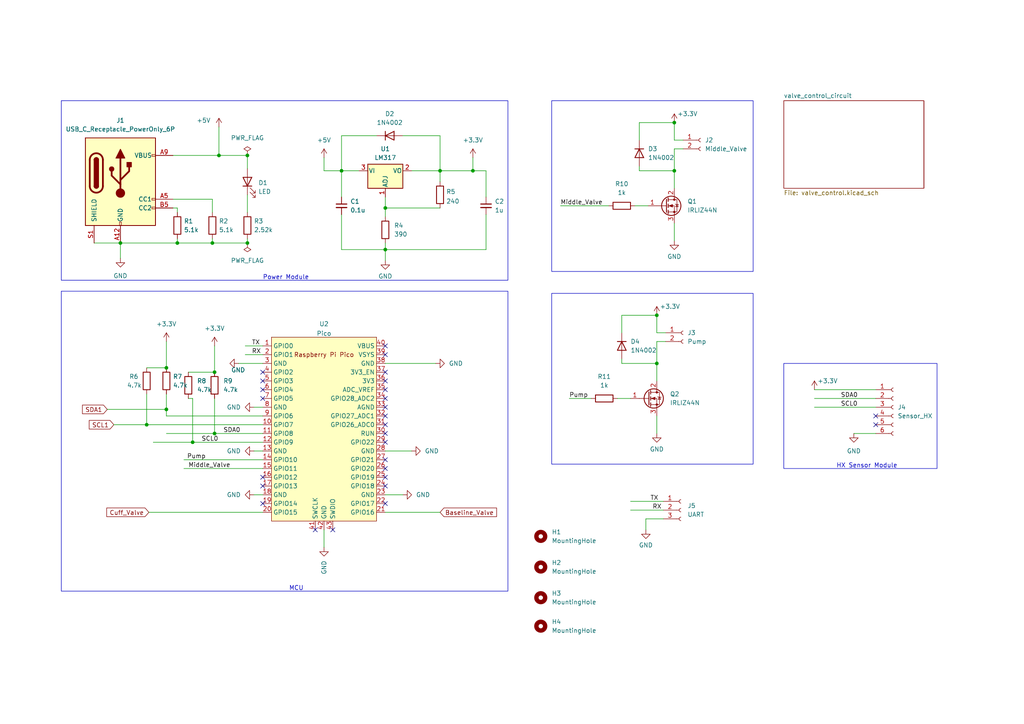
<source format=kicad_sch>
(kicad_sch (version 20230121) (generator eeschema)
  (paper "A4")
  (lib_symbols
    (symbol "+5V_1" (power) (pin_names (offset 0))
      (property "Value" "+5V_1" (at 0 3.556 0))
      (symbol "+5V_1_0_1"
        (polyline (pts (xy -0.762 1.27) (xy 0 2.54)))
        (polyline (pts (xy 0 0) (xy 0 2.54)))
        (polyline (pts (xy 0 2.54) (xy 0.762 1.27)))
      )
      (symbol "+5V_1_1_1"
        (pin power_in line (at 0 0 90) (length 0) hide (name "+5V") (number "1"))
      )
    )
    (symbol "Connector:Conn_01x02_Female" (pin_names (offset 1.016) hide)
      (property "Reference" "J" (at 0 2.54 0))
      (property "Value" "Conn_01x02_Female" (at 0 -5.08 0))
      (symbol "Conn_01x02_Female_1_1"
        (arc (start 0 -2.032) (mid -0.5058 -2.54) (end 0 -3.048) (stroke (width 0.1524)))
        (polyline (pts (xy -1.27 -2.54) (xy -0.508 -2.54)) (stroke (width 0.1524)))
        (polyline (pts (xy -1.27 0) (xy -0.508 0)) (stroke (width 0.1524)))
        (arc (start 0 0.508) (mid -0.5058 0) (end 0 -0.508) (stroke (width 0.1524)))
        (pin passive line (at -5.08 0 0) (length 3.81) (name "Pin_1") (number "1"))
        (pin passive line (at -5.08 -2.54 0) (length 3.81) (name "Pin_2") (number "2"))
      )
    )
    (symbol "Connector:Conn_01x03_Socket" (pin_names (offset 1.016) hide)
      (property "Reference" "J" (at 0 5.08 0))
      (property "Value" "Conn_01x03_Socket" (at 0 -5.08 0))
      (symbol "Conn_01x03_Socket_1_1"
        (arc (start 0 -2.032) (mid -0.5058 -2.54) (end 0 -3.048) (stroke (width 0.1524)))
        (polyline (pts (xy -1.27 -2.54) (xy -0.508 -2.54)) (stroke (width 0.1524)))
        (polyline (pts (xy -1.27 0) (xy -0.508 0)) (stroke (width 0.1524)))
        (polyline (pts (xy -1.27 2.54) (xy -0.508 2.54)) (stroke (width 0.1524)))
        (arc (start 0 0.508) (mid -0.5058 0) (end 0 -0.508) (stroke (width 0.1524)))
        (arc (start 0 3.048) (mid -0.5058 2.54) (end 0 2.032) (stroke (width 0.1524)))
        (pin passive line (at -5.08 2.54 0) (length 3.81) (name "Pin_1") (number "1"))
        (pin passive line (at -5.08 0 0) (length 3.81) (name "Pin_2") (number "2"))
        (pin passive line (at -5.08 -2.54 0) (length 3.81) (name "Pin_3") (number "3"))
      )
    )
    (symbol "Connector:Conn_01x06_Socket" (pin_names (offset 1.016) hide)
      (property "Reference" "J" (at 0 7.62 0))
      (property "Value" "Conn_01x06_Socket" (at 0 -10.16 0))
      (symbol "Conn_01x06_Socket_1_1"
        (arc (start 0 -7.112) (mid -0.5058 -7.62) (end 0 -8.128) (stroke (width 0.1524)))
        (arc (start 0 -4.572) (mid -0.5058 -5.08) (end 0 -5.588) (stroke (width 0.1524)))
        (arc (start 0 -2.032) (mid -0.5058 -2.54) (end 0 -3.048) (stroke (width 0.1524)))
        (polyline (pts (xy -1.27 -7.62) (xy -0.508 -7.62)) (stroke (width 0.1524)))
        (polyline (pts (xy -1.27 -5.08) (xy -0.508 -5.08)) (stroke (width 0.1524)))
        (polyline (pts (xy -1.27 -2.54) (xy -0.508 -2.54)) (stroke (width 0.1524)))
        (polyline (pts (xy -1.27 0) (xy -0.508 0)) (stroke (width 0.1524)))
        (polyline (pts (xy -1.27 2.54) (xy -0.508 2.54)) (stroke (width 0.1524)))
        (polyline (pts (xy -1.27 5.08) (xy -0.508 5.08)) (stroke (width 0.1524)))
        (arc (start 0 0.508) (mid -0.5058 0) (end 0 -0.508) (stroke (width 0.1524)))
        (arc (start 0 3.048) (mid -0.5058 2.54) (end 0 2.032) (stroke (width 0.1524)))
        (arc (start 0 5.588) (mid -0.5058 5.08) (end 0 4.572) (stroke (width 0.1524)))
        (pin passive line (at -5.08 5.08 0) (length 3.81) (name "Pin_1") (number "1"))
        (pin passive line (at -5.08 2.54 0) (length 3.81) (name "Pin_2") (number "2"))
        (pin passive line (at -5.08 0 0) (length 3.81) (name "Pin_3") (number "3"))
        (pin passive line (at -5.08 -2.54 0) (length 3.81) (name "Pin_4") (number "4"))
        (pin passive line (at -5.08 -5.08 0) (length 3.81) (name "Pin_5") (number "5"))
        (pin passive line (at -5.08 -7.62 0) (length 3.81) (name "Pin_6") (number "6"))
      )
    )
    (symbol "Connector:USB_C_Receptacle_PowerOnly_6P" (pin_names (offset 1.016))
      (property "Reference" "J" (at 0 16.51 0))
      (property "Value" "USB_C_Receptacle_PowerOnly_6P" (at 0 13.97 0))
      (symbol "USB_C_Receptacle_PowerOnly_6P_0_0"
        (rectangle (start -0.254 -12.7) (end 0.254 -11.684))
        (rectangle (start 10.16 -7.366) (end 9.144 -7.874))
        (rectangle (start 10.16 -4.826) (end 9.144 -5.334))
        (rectangle (start 10.16 7.874) (end 9.144 7.366))
      )
      (symbol "USB_C_Receptacle_PowerOnly_6P_0_1"
        (rectangle (start -10.16 12.7) (end 10.16 -12.7) (stroke (width 0.254)) (fill (type background)))
        (arc (start -8.89 -1.27) (mid -6.985 -3.1667) (end -5.08 -1.27) (stroke (width 0.508)))
        (arc (start -7.62 -1.27) (mid -6.985 -1.9023) (end -6.35 -1.27) (stroke (width 0.254)))
        (arc (start -7.62 -1.27) (mid -6.985 -1.9023) (end -6.35 -1.27) (stroke (width 0.254)) (fill (type outline)))
        (rectangle (start -7.62 -1.27) (end -6.35 6.35) (stroke (width 0.254)) (fill (type outline)))
        (arc (start -6.35 6.35) (mid -6.985 6.9823) (end -7.62 6.35) (stroke (width 0.254)))
        (arc (start -6.35 6.35) (mid -6.985 6.9823) (end -7.62 6.35) (stroke (width 0.254)) (fill (type outline)))
        (arc (start -5.08 6.35) (mid -6.985 8.2467) (end -8.89 6.35) (stroke (width 0.508)))
        (circle (center -2.54 3.683) (radius 0.635) (stroke (width 0.254)) (fill (type outline)))
        (circle (center 0 -3.302) (radius 1.27) (fill (type outline)))
        (polyline (pts (xy -8.89 -1.27) (xy -8.89 6.35)) (stroke (width 0.508)))
        (polyline (pts (xy -5.08 6.35) (xy -5.08 -1.27)) (stroke (width 0.508)))
        (polyline (pts (xy 0 -3.302) (xy 0 6.858)) (stroke (width 0.508)))
        (polyline (pts (xy 0 -0.762) (xy -2.54 1.778) (xy -2.54 3.048)) (stroke (width 0.508)))
        (polyline (pts (xy 0 0.508) (xy 2.54 3.048) (xy 2.54 4.318)) (stroke (width 0.508)))
        (polyline (pts (xy -1.27 6.858) (xy 0 9.398) (xy 1.27 6.858) (xy -1.27 6.858)) (stroke (width 0.254)) (fill (type outline)))
        (rectangle (start 1.905 4.318) (end 3.175 5.588) (stroke (width 0.254)) (fill (type outline)))
      )
      (symbol "USB_C_Receptacle_PowerOnly_6P_1_1"
        (pin passive line (at 0 -17.78 90) (length 5.08) (name "GND") (number "A12"))
        (pin bidirectional line (at 15.24 -5.08 180) (length 5.08) (name "CC1") (number "A5"))
        (pin passive line (at 15.24 7.62 180) (length 5.08) (name "VBUS") (number "A9"))
        (pin passive line (at 0 -17.78 90) (length 5.08) hide (name "GND") (number "B12"))
        (pin bidirectional line (at 15.24 -7.62 180) (length 5.08) (name "CC2") (number "B5"))
        (pin passive line (at 15.24 7.62 180) (length 5.08) hide (name "VBUS") (number "B9"))
        (pin passive line (at -7.62 -17.78 90) (length 5.08) (name "SHIELD") (number "S1"))
      )
    )
    (symbol "Device:C_Small" (pin_numbers hide) (pin_names (offset 0.254) hide)
      (property "Reference" "C" (at 0.254 1.778 0))
      (property "Value" "C_Small" (at 0.254 -2.032 0))
      (symbol "C_Small_0_1"
        (polyline (pts (xy -1.524 -0.508) (xy 1.524 -0.508)) (stroke (width 0.3302)))
        (polyline (pts (xy -1.524 0.508) (xy 1.524 0.508)) (stroke (width 0.3048)))
      )
      (symbol "C_Small_1_1"
        (pin passive line (at 0 2.54 270) (length 2.032) (name "~") (number "1"))
        (pin passive line (at 0 -2.54 90) (length 2.032) (name "~") (number "2"))
      )
    )
    (symbol "Device:LED" (pin_numbers hide) (pin_names (offset 1.016) hide)
      (property "Reference" "D" (at 0 2.54 0))
      (property "Value" "LED" (at 0 -2.54 0))
      (symbol "LED_0_1"
        (polyline (pts (xy -1.27 -1.27) (xy -1.27 1.27)) (stroke (width 0.254)))
        (polyline (pts (xy -1.27 0) (xy 1.27 0)))
        (polyline (pts (xy 1.27 -1.27) (xy 1.27 1.27) (xy -1.27 0) (xy 1.27 -1.27)) (stroke (width 0.254)))
        (polyline (pts (xy -3.048 -0.762) (xy -4.572 -2.286) (xy -3.81 -2.286) (xy -4.572 -2.286) (xy -4.572 -1.524)))
        (polyline (pts (xy -1.778 -0.762) (xy -3.302 -2.286) (xy -2.54 -2.286) (xy -3.302 -2.286) (xy -3.302 -1.524)))
      )
      (symbol "LED_1_1"
        (pin passive line (at -3.81 0 0) (length 2.54) (name "K") (number "1"))
        (pin passive line (at 3.81 0 180) (length 2.54) (name "A") (number "2"))
      )
    )
    (symbol "Device:R" (pin_numbers hide) (pin_names (offset 0))
      (property "Reference" "R" (at 2.032 0 90))
      (property "Value" "R" (at 0 0 90))
      (symbol "R_0_1"
        (rectangle (start -1.016 -2.54) (end 1.016 2.54) (stroke (width 0.254)))
      )
      (symbol "R_1_1"
        (pin passive line (at 0 3.81 270) (length 1.27) (name "~") (number "1"))
        (pin passive line (at 0 -3.81 90) (length 1.27) (name "~") (number "2"))
      )
    )
    (symbol "Diode:1N4001" (pin_numbers hide) (pin_names hide)
      (property "Reference" "D" (at 0 2.54 0))
      (property "Value" "1N4001" (at 0 -2.54 0))
      (symbol "1N4001_0_1"
        (polyline (pts (xy -1.27 1.27) (xy -1.27 -1.27)) (stroke (width 0.254)))
        (polyline (pts (xy 1.27 0) (xy -1.27 0)))
        (polyline (pts (xy 1.27 1.27) (xy 1.27 -1.27) (xy -1.27 0) (xy 1.27 1.27)) (stroke (width 0.254)))
      )
      (symbol "1N4001_1_1"
        (pin passive line (at -3.81 0 0) (length 2.54) (name "K") (number "1"))
        (pin passive line (at 3.81 0 180) (length 2.54) (name "A") (number "2"))
      )
    )
    (symbol "Diode:1N4002" (pin_numbers hide) (pin_names hide)
      (property "Reference" "D" (at 0 2.54 0))
      (property "Value" "1N4002" (at 0 -2.54 0))
      (symbol "1N4002_0_1"
        (polyline (pts (xy -1.27 1.27) (xy -1.27 -1.27)) (stroke (width 0.254)))
        (polyline (pts (xy 1.27 0) (xy -1.27 0)))
        (polyline (pts (xy 1.27 1.27) (xy 1.27 -1.27) (xy -1.27 0) (xy 1.27 1.27)) (stroke (width 0.254)))
      )
      (symbol "1N4002_1_1"
        (pin passive line (at -3.81 0 0) (length 2.54) (name "K") (number "1"))
        (pin passive line (at 3.81 0 180) (length 2.54) (name "A") (number "2"))
      )
    )
    (symbol "GND_1" (power) (pin_names (offset 0))
      (property "Value" "GND_1" (at 0 -3.81 0))
      (symbol "GND_1_0_1"
        (polyline (pts (xy 0 0) (xy 0 -1.27) (xy 1.27 -1.27) (xy 0 -2.54) (xy -1.27 -1.27) (xy 0 -1.27)))
      )
      (symbol "GND_1_1_1"
        (pin power_in line (at 0 0 270) (length 0) hide (name "GND") (number "1"))
      )
    )
    (symbol "GND_2" (power) (pin_names (offset 0))
      (property "Value" "GND_2" (at 0 -3.81 0))
      (symbol "GND_2_0_1"
        (polyline (pts (xy 0 0) (xy 0 -1.27) (xy 1.27 -1.27) (xy 0 -2.54) (xy -1.27 -1.27) (xy 0 -1.27)))
      )
      (symbol "GND_2_1_1"
        (pin power_in line (at 0 0 270) (length 0) hide (name "GND") (number "1"))
      )
    )
    (symbol "GND_3" (power) (pin_names (offset 0))
      (property "Value" "GND_3" (at 0 -3.81 0))
      (symbol "GND_3_0_1"
        (polyline (pts (xy 0 0) (xy 0 -1.27) (xy 1.27 -1.27) (xy 0 -2.54) (xy -1.27 -1.27) (xy 0 -1.27)))
      )
      (symbol "GND_3_1_1"
        (pin power_in line (at 0 0 270) (length 0) hide (name "GND") (number "1"))
      )
    )
    (symbol "GND_4" (power) (pin_names (offset 0))
      (property "Value" "GND_4" (at 0 -3.81 0))
      (symbol "GND_4_0_1"
        (polyline (pts (xy 0 0) (xy 0 -1.27) (xy 1.27 -1.27) (xy 0 -2.54) (xy -1.27 -1.27) (xy 0 -1.27)))
      )
      (symbol "GND_4_1_1"
        (pin power_in line (at 0 0 270) (length 0) hide (name "GND") (number "1"))
      )
    )
    (symbol "GND_5" (power) (pin_names (offset 0))
      (property "Value" "GND_5" (at 0 -3.81 0))
      (symbol "GND_5_0_1"
        (polyline (pts (xy 0 0) (xy 0 -1.27) (xy 1.27 -1.27) (xy 0 -2.54) (xy -1.27 -1.27) (xy 0 -1.27)))
      )
      (symbol "GND_5_1_1"
        (pin power_in line (at 0 0 270) (length 0) hide (name "GND") (number "1"))
      )
    )
    (symbol "MCU_RaspberryPi_and_Boards:Pico"
      (property "Reference" "U" (at -13.97 27.94 0))
      (property "Value" "Pico" (at 0 19.05 0))
      (symbol "Pico_0_0"
        (text "Raspberry Pi Pico" (at 0 21.59 0) (effects (font (size 1.27 1.27))))
      )
      (symbol "Pico_0_1"
        (rectangle (start -15.24 26.67) (end 15.24 -26.67) (fill (type background)))
      )
      (symbol "Pico_1_1"
        (pin bidirectional line (at -17.78 24.13 0) (length 2.54) (name "GPIO0") (number "1"))
        (pin bidirectional line (at -17.78 1.27 0) (length 2.54) (name "GPIO7") (number "10"))
        (pin bidirectional line (at -17.78 -1.27 0) (length 2.54) (name "GPIO8") (number "11"))
        (pin bidirectional line (at -17.78 -3.81 0) (length 2.54) (name "GPIO9") (number "12"))
        (pin power_in line (at -17.78 -6.35 0) (length 2.54) (name "GND") (number "13"))
        (pin bidirectional line (at -17.78 -8.89 0) (length 2.54) (name "GPIO10") (number "14"))
        (pin bidirectional line (at -17.78 -11.43 0) (length 2.54) (name "GPIO11") (number "15"))
        (pin bidirectional line (at -17.78 -13.97 0) (length 2.54) (name "GPIO12") (number "16"))
        (pin bidirectional line (at -17.78 -16.51 0) (length 2.54) (name "GPIO13") (number "17"))
        (pin power_in line (at -17.78 -19.05 0) (length 2.54) (name "GND") (number "18"))
        (pin bidirectional line (at -17.78 -21.59 0) (length 2.54) (name "GPIO14") (number "19"))
        (pin bidirectional line (at -17.78 21.59 0) (length 2.54) (name "GPIO1") (number "2"))
        (pin bidirectional line (at -17.78 -24.13 0) (length 2.54) (name "GPIO15") (number "20"))
        (pin bidirectional line (at 17.78 -24.13 180) (length 2.54) (name "GPIO16") (number "21"))
        (pin bidirectional line (at 17.78 -21.59 180) (length 2.54) (name "GPIO17") (number "22"))
        (pin power_in line (at 17.78 -19.05 180) (length 2.54) (name "GND") (number "23"))
        (pin bidirectional line (at 17.78 -16.51 180) (length 2.54) (name "GPIO18") (number "24"))
        (pin bidirectional line (at 17.78 -13.97 180) (length 2.54) (name "GPIO19") (number "25"))
        (pin bidirectional line (at 17.78 -11.43 180) (length 2.54) (name "GPIO20") (number "26"))
        (pin bidirectional line (at 17.78 -8.89 180) (length 2.54) (name "GPIO21") (number "27"))
        (pin power_in line (at 17.78 -6.35 180) (length 2.54) (name "GND") (number "28"))
        (pin bidirectional line (at 17.78 -3.81 180) (length 2.54) (name "GPIO22") (number "29"))
        (pin power_in line (at -17.78 19.05 0) (length 2.54) (name "GND") (number "3"))
        (pin input line (at 17.78 -1.27 180) (length 2.54) (name "RUN") (number "30"))
        (pin bidirectional line (at 17.78 1.27 180) (length 2.54) (name "GPIO26_ADC0") (number "31"))
        (pin bidirectional line (at 17.78 3.81 180) (length 2.54) (name "GPIO27_ADC1") (number "32"))
        (pin power_in line (at 17.78 6.35 180) (length 2.54) (name "AGND") (number "33"))
        (pin bidirectional line (at 17.78 8.89 180) (length 2.54) (name "GPIO28_ADC2") (number "34"))
        (pin power_in line (at 17.78 11.43 180) (length 2.54) (name "ADC_VREF") (number "35"))
        (pin power_in line (at 17.78 13.97 180) (length 2.54) (name "3V3") (number "36"))
        (pin input line (at 17.78 16.51 180) (length 2.54) (name "3V3_EN") (number "37"))
        (pin bidirectional line (at 17.78 19.05 180) (length 2.54) (name "GND") (number "38"))
        (pin power_in line (at 17.78 21.59 180) (length 2.54) (name "VSYS") (number "39"))
        (pin bidirectional line (at -17.78 16.51 0) (length 2.54) (name "GPIO2") (number "4"))
        (pin power_in line (at 17.78 24.13 180) (length 2.54) (name "VBUS") (number "40"))
        (pin input line (at -2.54 -29.21 90) (length 2.54) (name "SWCLK") (number "41"))
        (pin power_in line (at 0 -29.21 90) (length 2.54) (name "GND") (number "42"))
        (pin bidirectional line (at 2.54 -29.21 90) (length 2.54) (name "SWDIO") (number "43"))
        (pin bidirectional line (at -17.78 13.97 0) (length 2.54) (name "GPIO3") (number "5"))
        (pin bidirectional line (at -17.78 11.43 0) (length 2.54) (name "GPIO4") (number "6"))
        (pin bidirectional line (at -17.78 8.89 0) (length 2.54) (name "GPIO5") (number "7"))
        (pin power_in line (at -17.78 6.35 0) (length 2.54) (name "GND") (number "8"))
        (pin bidirectional line (at -17.78 3.81 0) (length 2.54) (name "GPIO6") (number "9"))
      )
    )
    (symbol "Mechanical:MountingHole" (pin_names (offset 1.016))
      (property "Reference" "H" (at 0 5.08 0))
      (property "Value" "MountingHole" (at 0 3.175 0))
      (symbol "MountingHole_0_1"
        (circle (center 0 0) (radius 1.27) (stroke (width 1.27)))
      )
    )
    (symbol "Regulator_Linear:LM317_TO-220" (pin_names (offset 0.254))
      (property "Reference" "U" (at -3.81 3.175 0))
      (property "Value" "LM317_TO-220" (at 0 3.175 0))
      (symbol "LM317_TO-220_0_1"
        (rectangle (start -5.08 1.905) (end 5.08 -5.08) (stroke (width 0.254)) (fill (type background)))
      )
      (symbol "LM317_TO-220_1_1"
        (pin input line (at 0 -7.62 90) (length 2.54) (name "ADJ") (number "1"))
        (pin power_out line (at 7.62 0 180) (length 2.54) (name "VO") (number "2"))
        (pin power_in line (at -7.62 0 0) (length 2.54) (name "VI") (number "3"))
      )
    )
    (symbol "Transistor_FET:IRLIZ44N" (pin_names hide)
      (property "Reference" "Q" (at 6.35 1.905 0))
      (property "Value" "IRLIZ44N" (at 6.35 0 0))
      (symbol "IRLIZ44N_0_1"
        (polyline (pts (xy 0.254 0) (xy -2.54 0)))
        (polyline (pts (xy 0.254 1.905) (xy 0.254 -1.905)) (stroke (width 0.254)))
        (polyline (pts (xy 0.762 -1.27) (xy 0.762 -2.286)) (stroke (width 0.254)))
        (polyline (pts (xy 0.762 0.508) (xy 0.762 -0.508)) (stroke (width 0.254)))
        (polyline (pts (xy 0.762 2.286) (xy 0.762 1.27)) (stroke (width 0.254)))
        (polyline (pts (xy 2.54 2.54) (xy 2.54 1.778)))
        (polyline (pts (xy 2.54 -2.54) (xy 2.54 0) (xy 0.762 0)))
        (polyline (pts (xy 0.762 -1.778) (xy 3.302 -1.778) (xy 3.302 1.778) (xy 0.762 1.778)))
        (polyline (pts (xy 1.016 0) (xy 2.032 0.381) (xy 2.032 -0.381) (xy 1.016 0)) (fill (type outline)))
        (polyline (pts (xy 2.794 0.508) (xy 2.921 0.381) (xy 3.683 0.381) (xy 3.81 0.254)))
        (polyline (pts (xy 3.302 0.381) (xy 2.921 -0.254) (xy 3.683 -0.254) (xy 3.302 0.381)))
        (circle (center 1.651 0) (radius 2.794) (stroke (width 0.254)))
        (circle (center 2.54 -1.778) (radius 0.254) (fill (type outline)))
        (circle (center 2.54 1.778) (radius 0.254) (fill (type outline)))
      )
      (symbol "IRLIZ44N_1_1"
        (pin input line (at -5.08 0 0) (length 2.54) (name "G") (number "1"))
        (pin passive line (at 2.54 5.08 270) (length 2.54) (name "D") (number "2"))
        (pin passive line (at 2.54 -5.08 90) (length 2.54) (name "S") (number "3"))
      )
    )
    (symbol "power:+3.3V" (power) (pin_names (offset 0))
      (property "Value" "+3.3V" (at 0 3.556 0))
      (symbol "+3.3V_0_1"
        (polyline (pts (xy -0.762 1.27) (xy 0 2.54)))
        (polyline (pts (xy 0 0) (xy 0 2.54)))
        (polyline (pts (xy 0 2.54) (xy 0.762 1.27)))
      )
      (symbol "+3.3V_1_1"
        (pin power_in line (at 0 0 90) (length 0) hide (name "+3.3V") (number "1"))
      )
    )
    (symbol "power:+5V" (power) (pin_names (offset 0))
      (property "Value" "+5V" (at 0 3.556 0))
      (symbol "+5V_0_1"
        (polyline (pts (xy -0.762 1.27) (xy 0 2.54)))
        (polyline (pts (xy 0 0) (xy 0 2.54)))
        (polyline (pts (xy 0 2.54) (xy 0.762 1.27)))
      )
      (symbol "+5V_1_1"
        (pin power_in line (at 0 0 90) (length 0) hide (name "+5V") (number "1"))
      )
    )
    (symbol "power:GND" (power) (pin_names (offset 0))
      (property "Value" "GND" (at 0 -3.81 0))
      (symbol "GND_0_1"
        (polyline (pts (xy 0 0) (xy 0 -1.27) (xy 1.27 -1.27) (xy 0 -2.54) (xy -1.27 -1.27) (xy 0 -1.27)))
      )
      (symbol "GND_1_1"
        (pin power_in line (at 0 0 270) (length 0) hide (name "GND") (number "1"))
      )
    )
    (symbol "power:PWR_FLAG" (power) (pin_numbers hide) (pin_names (offset 0) hide)
      (property "Value" "PWR_FLAG" (at 0 3.81 0))
      (symbol "PWR_FLAG_0_0"
        (pin power_out line (at 0 0 90) (length 0) (name "pwr") (number "1"))
      )
      (symbol "PWR_FLAG_0_1"
        (polyline (pts (xy 0 0) (xy 0 1.27) (xy -1.016 1.905) (xy 0 2.54) (xy 1.016 1.905) (xy 0 1.27)))
      )
    )
  )
  (junction (at 111.76 72.39))
  (junction (at 51.435 70.485))
  (junction (at 195.58 35.56))
  (junction (at 195.58 49.53))
  (junction (at 61.595 70.485))
  (junction (at 71.755 70.485))
  (junction (at 127.635 49.53))
  (junction (at 137.16 49.53))
  (junction (at 34.925 70.485))
  (junction (at 99.06 49.53))
  (junction (at 190.5 91.44))
  (junction (at 48.26 106.68))
  (junction (at 55.88 128.27))
  (junction (at 190.5 105.41))
  (junction (at 63.5 45.085))
  (junction (at 71.755 45.085))
  (junction (at 42.545 123.19))
  (junction (at 62.23 107.95))
  (junction (at 111.76 60.325))
  (junction (at 62.23 125.73))
  (junction (at 48.26 118.745))
  (no_connect (at 111.76 125.73))
  (no_connect (at 91.44 153.67))
  (no_connect (at 111.76 107.95))
  (no_connect (at 111.76 118.11))
  (no_connect (at 96.52 153.67))
  (no_connect (at 76.2 115.57))
  (no_connect (at 111.76 120.65))
  (no_connect (at 76.2 107.95))
  (no_connect (at 111.76 128.27))
  (no_connect (at 111.76 138.43))
  (no_connect (at 76.2 138.43))
  (no_connect (at 111.76 100.33))
  (no_connect (at 76.2 146.05))
  (no_connect (at 111.76 135.89))
  (no_connect (at 111.76 113.03))
  (no_connect (at 76.2 140.97))
  (no_connect (at 111.76 115.57))
  (no_connect (at 254 123.19))
  (no_connect (at 111.76 123.19))
  (no_connect (at 76.2 110.49))
  (no_connect (at 111.76 102.87))
  (no_connect (at 111.76 110.49))
  (no_connect (at 111.76 140.97))
  (no_connect (at 111.76 133.35))
  (no_connect (at 76.2 113.03))
  (no_connect (at 254 120.65))
  (no_connect (at 111.76 146.05))
  (wire (pts (xy 111.76 70.485) (xy 111.76 72.39)))
  (wire (pts (xy 71.755 45.085) (xy 71.755 48.895)))
  (wire (pts (xy 73.66 130.81) (xy 76.2 130.81)))
  (wire (pts (xy 180.34 96.52) (xy 180.34 91.44)))
  (wire (pts (xy 34.925 70.485) (xy 51.435 70.485)))
  (wire (pts (xy 162.56 59.69) (xy 176.53 59.69)))
  (wire (pts (xy 184.15 59.69) (xy 187.96 59.69)))
  (wire (pts (xy 137.16 45.72) (xy 137.16 49.53)))
  (wire (pts (xy 73.66 118.11) (xy 76.2 118.11)))
  (wire (pts (xy 50.165 60.325) (xy 51.435 60.325)))
  (wire (pts (xy 116.84 143.51) (xy 111.76 143.51)))
  (wire (pts (xy 127.635 49.53) (xy 137.16 49.53)))
  (wire (pts (xy 42.545 106.68) (xy 48.26 106.68)))
  (wire (pts (xy 33.02 123.19) (xy 42.545 123.19)))
  (wire (pts (xy 53.34 135.89) (xy 76.2 135.89)))
  (wire (pts (xy 127.635 49.53) (xy 127.635 52.705)))
  (wire (pts (xy 71.12 100.33) (xy 76.2 100.33)))
  (wire (pts (xy 53.34 133.35) (xy 76.2 133.35)))
  (wire (pts (xy 111.76 60.325) (xy 111.76 57.15)))
  (wire (pts (xy 69.215 105.41) (xy 76.2 105.41)))
  (wire (pts (xy 62.23 125.73) (xy 76.2 125.73)))
  (wire (pts (xy 198.12 43.18) (xy 195.58 43.18)))
  (wire (pts (xy 180.34 104.14) (xy 180.34 105.41)))
  (wire (pts (xy 190.5 96.52) (xy 193.04 96.52)))
  (wire (pts (xy 62.23 115.57) (xy 62.23 125.73)))
  (wire (pts (xy 34.925 70.485) (xy 34.925 74.93)))
  (wire (pts (xy 63.5 45.085) (xy 71.755 45.085)))
  (wire (pts (xy 51.435 69.215) (xy 51.435 70.485)))
  (wire (pts (xy 187.325 150.495) (xy 187.325 153.67)))
  (wire (pts (xy 140.97 72.39) (xy 111.76 72.39)))
  (wire (pts (xy 179.07 115.57) (xy 182.88 115.57)))
  (wire (pts (xy 195.58 40.64) (xy 198.12 40.64)))
  (wire (pts (xy 48.26 120.65) (xy 76.2 120.65)))
  (wire (pts (xy 111.76 72.39) (xy 111.76 75.565)))
  (wire (pts (xy 61.595 70.485) (xy 71.755 70.485)))
  (wire (pts (xy 127.635 39.37) (xy 127.635 49.53)))
  (wire (pts (xy 54.61 107.95) (xy 62.23 107.95)))
  (wire (pts (xy 93.98 45.72) (xy 93.98 49.53)))
  (wire (pts (xy 27.305 70.485) (xy 34.925 70.485)))
  (wire (pts (xy 127.635 60.325) (xy 111.76 60.325)))
  (wire (pts (xy 111.76 60.325) (xy 111.76 62.865)))
  (wire (pts (xy 182.88 147.955) (xy 192.405 147.955)))
  (wire (pts (xy 247.65 125.73) (xy 254 125.73)))
  (wire (pts (xy 61.595 69.215) (xy 61.595 70.485)))
  (wire (pts (xy 93.98 158.75) (xy 93.98 153.67)))
  (wire (pts (xy 51.435 60.325) (xy 51.435 61.595)))
  (wire (pts (xy 195.58 49.53) (xy 195.58 54.61)))
  (wire (pts (xy 62.23 100.33) (xy 62.23 107.95)))
  (wire (pts (xy 55.88 128.27) (xy 76.2 128.27)))
  (wire (pts (xy 55.88 115.57) (xy 54.61 115.57)))
  (wire (pts (xy 61.595 57.785) (xy 61.595 61.595)))
  (wire (pts (xy 195.58 35.56) (xy 195.58 40.64)))
  (wire (pts (xy 43.18 148.59) (xy 76.2 148.59)))
  (wire (pts (xy 116.84 39.37) (xy 127.635 39.37)))
  (wire (pts (xy 193.04 99.06) (xy 190.5 99.06)))
  (wire (pts (xy 93.98 49.53) (xy 99.06 49.53)))
  (wire (pts (xy 99.06 72.39) (xy 111.76 72.39)))
  (wire (pts (xy 99.06 49.53) (xy 99.06 57.15)))
  (wire (pts (xy 71.12 102.87) (xy 76.2 102.87)))
  (wire (pts (xy 182.88 145.415) (xy 192.405 145.415)))
  (wire (pts (xy 73.66 143.51) (xy 76.2 143.51)))
  (wire (pts (xy 119.38 130.81) (xy 111.76 130.81)))
  (wire (pts (xy 192.405 150.495) (xy 187.325 150.495)))
  (wire (pts (xy 50.165 45.085) (xy 63.5 45.085)))
  (wire (pts (xy 50.165 57.785) (xy 61.595 57.785)))
  (wire (pts (xy 185.42 40.64) (xy 185.42 35.56)))
  (wire (pts (xy 185.42 48.26) (xy 185.42 49.53)))
  (wire (pts (xy 236.22 113.03) (xy 254 113.03)))
  (wire (pts (xy 71.755 56.515) (xy 71.755 61.595)))
  (wire (pts (xy 31.115 118.745) (xy 48.26 118.745)))
  (wire (pts (xy 42.545 123.19) (xy 76.2 123.19)))
  (wire (pts (xy 99.06 39.37) (xy 99.06 49.53)))
  (wire (pts (xy 111.76 148.59) (xy 127.635 148.59)))
  (wire (pts (xy 48.26 114.3) (xy 48.26 118.745)))
  (wire (pts (xy 55.88 115.57) (xy 55.88 128.27)))
  (wire (pts (xy 137.16 49.53) (xy 140.97 49.53)))
  (wire (pts (xy 165.1 115.57) (xy 171.45 115.57)))
  (wire (pts (xy 185.42 35.56) (xy 195.58 35.56)))
  (wire (pts (xy 140.97 62.23) (xy 140.97 72.39)))
  (wire (pts (xy 42.545 114.3) (xy 42.545 123.19)))
  (wire (pts (xy 195.58 43.18) (xy 195.58 49.53)))
  (wire (pts (xy 99.06 49.53) (xy 104.14 49.53)))
  (wire (pts (xy 185.42 49.53) (xy 195.58 49.53)))
  (wire (pts (xy 190.5 99.06) (xy 190.5 105.41)))
  (wire (pts (xy 63.5 36.83) (xy 63.5 45.085)))
  (wire (pts (xy 48.26 125.73) (xy 62.23 125.73)))
  (wire (pts (xy 99.06 62.23) (xy 99.06 72.39)))
  (wire (pts (xy 236.22 118.11) (xy 254 118.11)))
  (wire (pts (xy 71.755 69.215) (xy 71.755 70.485)))
  (wire (pts (xy 180.34 105.41) (xy 190.5 105.41)))
  (wire (pts (xy 140.97 49.53) (xy 140.97 57.15)))
  (wire (pts (xy 51.435 70.485) (xy 61.595 70.485)))
  (wire (pts (xy 236.22 115.57) (xy 254 115.57)))
  (wire (pts (xy 48.26 99.06) (xy 48.26 106.68)))
  (wire (pts (xy 111.76 105.41) (xy 126.365 105.41)))
  (wire (pts (xy 48.26 118.745) (xy 48.26 120.65)))
  (wire (pts (xy 119.38 49.53) (xy 127.635 49.53)))
  (wire (pts (xy 190.5 105.41) (xy 190.5 110.49)))
  (wire (pts (xy 180.34 91.44) (xy 190.5 91.44)))
  (wire (pts (xy 195.58 64.77) (xy 195.58 69.85)))
  (wire (pts (xy 44.45 128.27) (xy 55.88 128.27)))
  (wire (pts (xy 109.22 39.37) (xy 99.06 39.37)))
  (wire (pts (xy 190.5 91.44) (xy 190.5 96.52)))
  (wire (pts (xy 190.5 120.65) (xy 190.5 125.73)))
  (rectangle (start 227.33 105.41) (end 271.78 135.89))
  (rectangle (start 17.78 84.455) (end 147.32 171.45))
  (rectangle (start 17.78 29.21) (end 147.32 81.28))
  (rectangle (start 160.02 85.09) (end 218.44 134.62))
  (rectangle (start 160.02 29.21) (end 218.44 78.74))
  (text "HX Sensor Module" (at 242.57 135.89 0) (effects (font (size 1.27 1.27)) (justify left bottom)))
  (text "Power Module" (at 76.2 81.28 0) (effects (font (size 1.27 1.27)) (justify left bottom)))
  (text "MCU" (at 83.82 171.45 0) (effects (font (size 1.27 1.27)) (justify left bottom)))
  (label "RX" (at 73.025 102.87 0))
  (label "SDA0" (at 243.84 115.57 0))
  (label "Middle_Valve" (at 162.56 59.69 0))
  (label "Pump" (at 165.1 115.57 0))
  (label "SDA0" (at 64.77 125.73 0))
  (label "SCL0" (at 243.84 118.11 0))
  (label "Pump" (at 59.69 133.35 180))
  (label "Middle_Valve" (at 54.61 135.89 0))
  (label "RX" (at 189.23 147.955 0))
  (label "TX" (at 188.595 145.415 0))
  (label "TX" (at 73.025 100.33 0))
  (label "SCL0" (at 58.42 128.27 0))
  (global_label "SCL1" (shape input) (at 33.02 123.19 180) (property "Intersheetrefs" "${INTERSHEET_REFS}" (effects hide)))
  (global_label "Cuff_Valve" (shape input) (at 43.18 148.59 180) (property "Intersheetrefs" "${INTERSHEET_REFS}" (effects hide)))
  (global_label "Baseline_Valve" (shape input) (at 127.635 148.59 0) (property "Intersheetrefs" "${INTERSHEET_REFS}" (effects hide)))
  (global_label "SDA1" (shape input) (at 31.115 118.745 180) (property "Intersheetrefs" "${INTERSHEET_REFS}" (effects hide)))
  (symbol (lib_id "power:GND") (at 126.365 105.41 90) (unit 1)
    (property "Reference" "#PWR03" (effects hide))
    (property "Value" "GND" (at 130.175 105.4099 90) (effects (justify right)))
  )
  (symbol (lib_id "Mechanical:MountingHole") (at 156.845 173.355 0) (unit 1)
    (property "Reference" "H3" (at 160.02 172.085 0) (effects (justify left)))
    (property "Value" "MountingHole" (at 160.02 174.625 0) (effects (justify left)))
    (property "Footprint" "MountingHole:MountingHole_3.2mm_M3_DIN965" (effects hide))
  )
  (symbol (lib_id "power:GND") (at 111.76 75.565 0) (unit 1)
    (property "Reference" "#PWR020" (effects hide))
    (property "Value" "GND" (at 111.76 80.1275 0))
  )
  (symbol (lib_id "power:+3.3V") (at 190.5 91.44 0) (unit 1)
    (property "Reference" "#PWR012" (effects hide))
    (property "Value" "+3.3V" (at 194.31 88.9 0))
  )
  (symbol (lib_id "Device:LED") (at 71.755 52.705 90) (unit 1)
    (property "Reference" "D1" (at 74.93 53.0225 90) (effects (justify right)))
    (property "Value" "LED" (at 74.93 55.5625 90) (effects (justify right)))
    (property "Footprint" "LED_THT:LED_D5.0mm" (effects hide))
  )
  (symbol (lib_id "Diode:1N4002") (at 113.03 39.37 0) (unit 1)
    (property "Reference" "D2" (at 113.03 33.02 0))
    (property "Value" "1N4002" (at 113.03 35.56 0))
    (property "Footprint" "Diode_THT:D_DO-41_SOD81_P3.81mm_Vertical_AnodeUp" (effects hide))
    (property "Datasheet" "http://www.vishay.com/docs/88503/1n4001.pdf" (effects hide))
    (property "Sim.Device" "D" (effects hide))
    (property "Sim.Pins" "1=K 2=A" (effects hide))
  )
  (symbol (lib_id "power:GND") (at 190.5 125.73 0) (unit 1)
    (property "Reference" "#PWR013" (effects hide))
    (property "Value" "GND" (at 190.5 130.2925 0))
  )
  (symbol (lib_id "power:+5V") (at 93.98 45.72 0) (unit 1)
    (property "Reference" "#PWR017" (effects hide))
    (property "Value" "+5V" (at 93.98 40.64 0))
  )
  (symbol (lib_id "Device:R") (at 54.61 111.76 0) (unit 1)
    (property "Reference" "R8" (at 57.15 110.49 0) (effects (justify left)))
    (property "Value" "4.7k" (at 57.15 113.03 0) (effects (justify left)))
    (property "Footprint" "Resistor_SMD:R_0603_1608Metric_Pad0.98x0.95mm_HandSolder" (effects hide))
  )
  (symbol (lib_id "power:GND") (at 119.38 130.81 90) (unit 1)
    (property "Reference" "#PWR038" (effects hide))
    (property "Value" "GND" (at 123.19 130.8099 90) (effects (justify right)))
  )
  (symbol (lib_name "GND_3") (lib_id "power:GND") (at 73.66 118.11 270) (unit 1)
    (property "Reference" "#PWR02" (effects hide))
    (property "Value" "GND" (at 69.85 118.11 90) (effects (justify right)))
  )
  (symbol (lib_id "power:GND") (at 69.215 105.41 270) (unit 1)
    (property "Reference" "#PWR030" (effects hide))
    (property "Value" "GND" (at 71.12 107.315 90) (effects (justify right)))
  )
  (symbol (lib_id "Connector:Conn_01x03_Socket") (at 197.485 147.955 0) (unit 1)
    (property "Reference" "J5" (at 199.39 146.685 0) (effects (justify left)))
    (property "Value" "UART" (at 199.39 149.225 0) (effects (justify left)))
    (property "Footprint" "Connector_PinSocket_2.54mm:PinSocket_1x03_P2.54mm_Vertical" (effects hide))
  )
  (symbol (lib_id "power:+3.3V") (at 195.58 35.56 0) (unit 1)
    (property "Reference" "#PWR032" (effects hide))
    (property "Value" "+3.3V" (at 199.39 33.02 0))
  )
  (symbol (lib_name "GND_2") (lib_id "power:GND") (at 73.66 143.51 270) (unit 1)
    (property "Reference" "#PWR04" (effects hide))
    (property "Value" "GND" (at 69.85 143.51 90) (effects (justify right)))
  )
  (symbol (lib_id "Connector:Conn_01x02_Female") (at 203.2 40.64 0) (unit 1)
    (property "Reference" "J2" (at 204.47 40.64 0) (effects (justify left)))
    (property "Value" "Middle_Valve" (at 204.47 43.18 0) (effects (justify left)))
    (property "Footprint" "Connector_PinHeader_2.54mm:PinHeader_1x02_P2.54mm_Vertical" (effects hide))
  )
  (symbol (lib_id "Diode:1N4001") (at 180.34 100.33 270) (unit 1)
    (property "Reference" "D4" (at 182.88 99.06 90) (effects (justify left)))
    (property "Value" "1N4002" (at 182.88 101.6 90) (effects (justify left)))
    (property "Footprint" "Diode_THT:D_DO-41_SOD81_P3.81mm_Vertical_AnodeUp" (effects hide))
    (property "Datasheet" "http://www.vishay.com/docs/88503/1n4001.pdf" (effects hide))
    (property "Sim.Device" "D" (effects hide))
    (property "Sim.Pins" "1=K 2=A" (effects hide))
  )
  (symbol (lib_id "power:GND") (at 195.58 69.85 0) (unit 1)
    (property "Reference" "#PWR033" (effects hide))
    (property "Value" "GND" (at 195.58 74.4125 0))
  )
  (symbol (lib_id "Device:R") (at 61.595 65.405 0) (unit 1)
    (property "Reference" "R2" (at 63.5 64.135 0) (effects (justify left)))
    (property "Value" "5.1k" (at 63.5 66.675 0) (effects (justify left)))
    (property "Footprint" "Resistor_SMD:R_0603_1608Metric_Pad0.98x0.95mm_HandSolder" (effects hide))
  )
  (symbol (lib_id "Diode:1N4001") (at 185.42 44.45 270) (unit 1)
    (property "Reference" "D3" (at 187.96 43.18 90) (effects (justify left)))
    (property "Value" "1N4002" (at 187.96 45.72 90) (effects (justify left)))
    (property "Footprint" "Diode_THT:D_DO-41_SOD81_P3.81mm_Vertical_AnodeUp" (effects hide))
    (property "Datasheet" "http://www.vishay.com/docs/88503/1n4001.pdf" (effects hide))
    (property "Sim.Device" "D" (effects hide))
    (property "Sim.Pins" "1=K 2=A" (effects hide))
  )
  (symbol (lib_id "Device:C_Small") (at 99.06 59.69 0) (unit 1)
    (property "Reference" "C1" (at 101.6 58.4263 0) (effects (justify left)))
    (property "Value" "0.1u" (at 101.6 60.9663 0) (effects (justify left)))
    (property "Footprint" "Capacitor_SMD:C_0805_2012Metric_Pad1.18x1.45mm_HandSolder" (effects hide))
  )
  (symbol (lib_id "power:+3.3V") (at 137.16 45.72 0) (unit 1)
    (property "Reference" "#PWR021" (effects hide))
    (property "Value" "+3.3V" (at 137.16 40.64 0))
  )
  (symbol (lib_id "power:+3.3V") (at 48.26 99.06 0) (unit 1)
    (property "Reference" "#PWR01" (effects hide))
    (property "Value" "+3.3V" (at 48.26 93.98 0))
  )
  (symbol (lib_id "Device:R") (at 62.23 111.76 0) (unit 1)
    (property "Reference" "R9" (at 64.77 110.49 0) (effects (justify left)))
    (property "Value" "4.7k" (at 64.77 113.03 0) (effects (justify left)))
    (property "Footprint" "Resistor_SMD:R_0603_1608Metric_Pad0.98x0.95mm_HandSolder" (effects hide))
  )
  (symbol (lib_id "power:+3.3V") (at 236.22 113.03 0) (unit 1)
    (property "Reference" "#PWR05" (effects hide))
    (property "Value" "+3.3V" (at 240.03 110.49 0))
  )
  (symbol (lib_id "Transistor_FET:IRLIZ44N") (at 187.96 115.57 0) (unit 1)
    (property "Reference" "Q2" (at 194.31 114.3 0) (effects (justify left)))
    (property "Value" "IRLIZ44N" (at 194.31 116.84 0) (effects (justify left)))
    (property "Footprint" "IRLZ44N:TO254P1054X469X1930-3" (effects hide))
    (property "Datasheet" "http://www.irf.com/product-info/datasheets/data/irliz44n.pdf" (effects hide))
  )
  (symbol (lib_name "GND_1") (lib_id "power:GND") (at 34.925 74.93 0) (unit 1)
    (property "Reference" "#PWR011" (effects hide))
    (property "Value" "GND" (at 34.925 80.01 0))
  )
  (symbol (lib_id "Connector:Conn_01x02_Female") (at 198.12 96.52 0) (unit 1)
    (property "Reference" "J3" (at 199.39 96.52 0) (effects (justify left)))
    (property "Value" "Pump" (at 199.39 99.06 0) (effects (justify left)))
    (property "Footprint" "Connector_PinHeader_2.54mm:PinHeader_1x02_P2.54mm_Vertical" (effects hide))
  )
  (symbol (lib_id "power:PWR_FLAG") (at 71.755 70.485 180) (unit 1)
    (property "Reference" "#FLG02" (effects hide))
    (property "Value" "PWR_FLAG" (at 71.755 75.565 0))
  )
  (symbol (lib_id "Mechanical:MountingHole") (at 156.845 155.575 0) (unit 1)
    (property "Reference" "H1" (at 160.02 154.305 0) (effects (justify left)))
    (property "Value" "MountingHole" (at 160.02 156.845 0) (effects (justify left)))
    (property "Footprint" "MountingHole:MountingHole_3.2mm_M3_DIN965" (effects hide))
  )
  (symbol (lib_id "Device:R") (at 71.755 65.405 180) (unit 1)
    (property "Reference" "R3" (at 73.66 64.135 0) (effects (justify right)))
    (property "Value" "2.52k" (at 73.66 66.675 0) (effects (justify right)))
    (property "Footprint" "Resistor_SMD:R_0603_1608Metric_Pad0.98x0.95mm_HandSolder" (effects hide))
  )
  (symbol (lib_id "power:GND") (at 116.84 143.51 90) (unit 1)
    (property "Reference" "#PWR039" (effects hide))
    (property "Value" "GND" (at 120.65 143.5099 90) (effects (justify right)))
  )
  (symbol (lib_name "GND_2") (lib_id "power:GND") (at 73.66 130.81 270) (unit 1)
    (property "Reference" "#PWR034" (effects hide))
    (property "Value" "GND" (at 69.85 130.81 90) (effects (justify right)))
  )
  (symbol (lib_id "power:PWR_FLAG") (at 71.755 45.085 0) (unit 1)
    (property "Reference" "#FLG01" (effects hide))
    (property "Value" "PWR_FLAG" (at 71.755 40.005 0))
  )
  (symbol (lib_id "Mechanical:MountingHole") (at 156.845 164.465 0) (unit 1)
    (property "Reference" "H2" (at 160.02 163.195 0) (effects (justify left)))
    (property "Value" "MountingHole" (at 160.02 165.735 0) (effects (justify left)))
    (property "Footprint" "MountingHole:MountingHole_3.2mm_M3_DIN965" (effects hide))
  )
  (symbol (lib_id "Device:R") (at 127.635 56.515 0) (unit 1)
    (property "Reference" "R5" (at 129.413 55.6065 0) (effects (justify left)))
    (property "Value" "240" (at 129.413 58.3816 0) (effects (justify left)))
    (property "Footprint" "Resistor_SMD:R_0603_1608Metric_Pad0.98x0.95mm_HandSolder" (effects hide))
  )
  (symbol (lib_name "+5V_1") (lib_id "power:+5V") (at 63.5 36.83 0) (unit 1)
    (property "Reference" "#PWR014" (effects hide))
    (property "Value" "+5V" (at 59.055 34.925 0))
  )
  (symbol (lib_id "Device:R") (at 180.34 59.69 270) (unit 1)
    (property "Reference" "R10" (at 180.34 53.34 90))
    (property "Value" "1k" (at 180.34 55.88 90))
    (property "Footprint" "Resistor_SMD:R_0603_1608Metric_Pad0.98x0.95mm_HandSolder" (effects hide))
  )
  (symbol (lib_name "GND_4") (lib_id "power:GND") (at 247.65 125.73 0) (unit 1)
    (property "Reference" "#PWR041" (effects hide))
    (property "Value" "GND" (at 247.65 130.81 0))
  )
  (symbol (lib_id "Device:R") (at 42.545 110.49 0) (unit 1)
    (property "Reference" "R6" (at 37.465 109.22 0) (effects (justify left)))
    (property "Value" "4.7k" (at 36.83 111.76 0) (effects (justify left)))
    (property "Footprint" "Resistor_SMD:R_0603_1608Metric_Pad0.98x0.95mm_HandSolder" (effects hide))
  )
  (symbol (lib_id "Device:R") (at 51.435 65.405 0) (unit 1)
    (property "Reference" "R1" (at 53.34 64.135 0) (effects (justify left)))
    (property "Value" "5.1k" (at 53.34 66.675 0) (effects (justify left)))
    (property "Footprint" "Resistor_SMD:R_0603_1608Metric_Pad0.98x0.95mm_HandSolder" (effects hide))
  )
  (symbol (lib_id "Device:C_Small") (at 140.97 59.69 0) (unit 1)
    (property "Reference" "C2" (at 143.51 58.4263 0) (effects (justify left)))
    (property "Value" "1u" (at 143.51 60.9663 0) (effects (justify left)))
    (property "Footprint" "Capacitor_SMD:C_0805_2012Metric_Pad1.18x1.45mm_HandSolder" (effects hide))
  )
  (symbol (lib_id "Device:R") (at 111.76 66.675 0) (unit 1)
    (property "Reference" "R4" (at 114.3 65.405 0) (effects (justify left)))
    (property "Value" "390" (at 114.3 67.945 0) (effects (justify left)))
    (property "Footprint" "Resistor_SMD:R_0603_1608Metric_Pad0.98x0.95mm_HandSolder" (effects hide))
  )
  (symbol (lib_id "Regulator_Linear:LM317_TO-220") (at 111.76 49.53 0) (unit 1)
    (property "Reference" "U1" (at 111.76 43.18 0))
    (property "Value" "LM317" (at 111.76 45.72 0))
    (property "Footprint" "Package_TO_SOT_THT:TO-220-3_Vertical" (effects hide))
    (property "Datasheet" "http://www.ti.com/lit/ds/symlink/lm317.pdf" (effects hide))
  )
  (symbol (lib_id "Connector:Conn_01x06_Socket") (at 259.08 118.11 0) (unit 1)
    (property "Reference" "J4" (at 260.35 118.11 0) (effects (justify left)))
    (property "Value" "Sensor_HX" (at 260.35 120.65 0) (effects (justify left)))
    (property "Footprint" "Connector_PinSocket_2.54mm:PinSocket_1x06_P2.54mm_Vertical" (effects hide))
  )
  (symbol (lib_id "Mechanical:MountingHole") (at 156.845 181.61 0) (unit 1)
    (property "Reference" "H4" (at 160.02 180.34 0) (effects (justify left)))
    (property "Value" "MountingHole" (at 160.02 182.88 0) (effects (justify left)))
    (property "Footprint" "MountingHole:MountingHole_3.2mm_M3_DIN965" (effects hide))
  )
  (symbol (lib_id "power:GND") (at 93.98 158.75 0) (unit 1)
    (property "Reference" "#PWR036" (effects hide))
    (property "Value" "GND" (at 93.9801 162.56 90) (effects (justify right)))
  )
  (symbol (lib_id "MCU_RaspberryPi_and_Boards:Pico") (at 93.98 124.46 0) (unit 1)
    (property "Reference" "U2" (at 93.98 93.9505 0))
    (property "Value" "Pico" (at 93.98 96.7256 0))
    (property "Footprint" "MCU_RaspberryPi_and_Boards:RPi_Pico_SMD_TH" (effects hide))
  )
  (symbol (lib_id "Transistor_FET:IRLIZ44N") (at 193.04 59.69 0) (unit 1)
    (property "Reference" "Q1" (at 199.39 58.42 0) (effects (justify left)))
    (property "Value" "IRLIZ44N" (at 199.39 60.96 0) (effects (justify left)))
    (property "Footprint" "IRLZ44N:TO254P1054X469X1930-3" (effects hide))
    (property "Datasheet" "http://www.irf.com/product-info/datasheets/data/irliz44n.pdf" (effects hide))
  )
  (symbol (lib_id "power:+3.3V") (at 62.23 100.33 0) (unit 1)
    (property "Reference" "#PWR022" (effects hide))
    (property "Value" "+3.3V" (at 62.23 95.25 0))
  )
  (symbol (lib_id "Device:R") (at 175.26 115.57 270) (unit 1)
    (property "Reference" "R11" (at 175.26 109.22 90))
    (property "Value" "1k" (at 175.26 111.76 90))
    (property "Footprint" "Resistor_SMD:R_0603_1608Metric_Pad0.98x0.95mm_HandSolder" (effects hide))
  )
  (symbol (lib_id "Device:R") (at 48.26 110.49 0) (unit 1)
    (property "Reference" "R7" (at 50.165 109.22 0) (effects (justify left)))
    (property "Value" "4.7k" (at 50.165 111.76 0) (effects (justify left)))
    (property "Footprint" "Resistor_SMD:R_0603_1608Metric_Pad0.98x0.95mm_HandSolder" (effects hide))
  )
  (symbol (lib_name "GND_5") (lib_id "power:GND") (at 187.325 153.67 0) (unit 1)
    (property "Reference" "#PWR07" (effects hide))
    (property "Value" "GND" (at 187.325 158.115 0))
  )
  (symbol (lib_id "Connector:USB_C_Receptacle_PowerOnly_6P") (at 34.925 52.705 0) (unit 1)
    (property "Reference" "J1" (at 34.925 34.925 0))
    (property "Value" "USB_C_Receptacle_PowerOnly_6P" (at 34.925 37.465 0))
    (property "Footprint" "Connector_USB:USB_C_Receptacle_GCT_USB4125-xx-x-0190_6P_TopMnt_Horizontal" (effects hide))
    (property "Datasheet" "https://www.usb.org/sites/default/files/documents/usb_type-c.zip" (effects hide))
  )
  (sheet (at 227.33 29.21) (size 40.64 25.4) (stroke (width 0.1524))
    (property "Sheetname" "valve_control_circuit" (at 227.33 28.4984 0) (effects (justify left bottom)))
    (property "Sheetfile" "valve_control.kicad_sch" (at 227.33 55.1946 0) (effects (justify left top)))
  )
)
</source>
